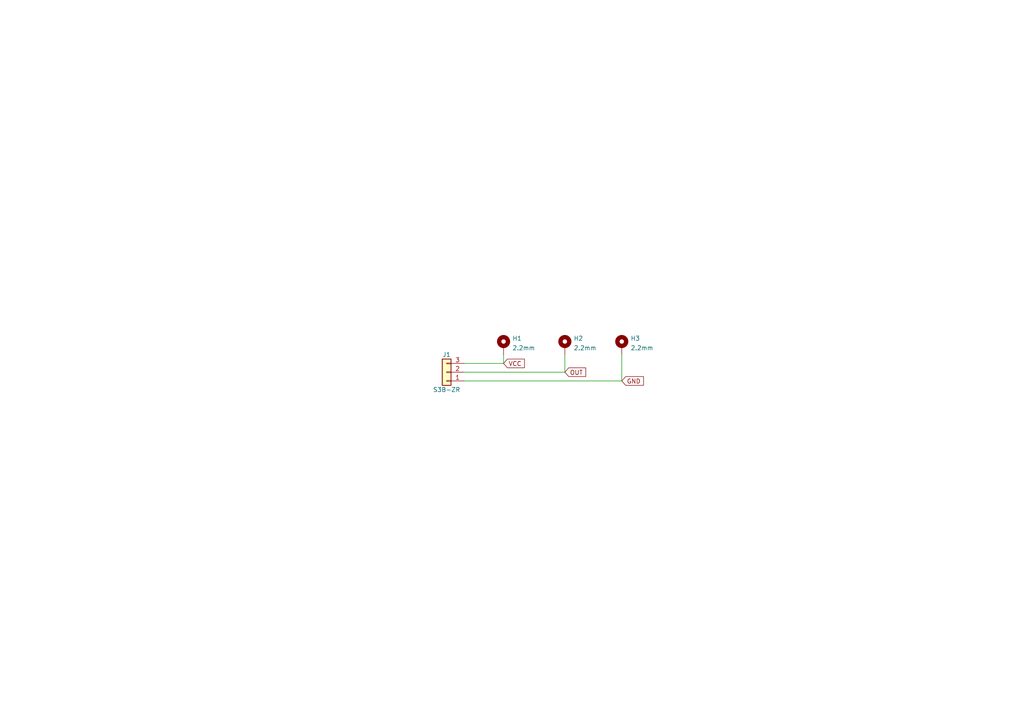
<source format=kicad_sch>
(kicad_sch (version 20211123) (generator eeschema)
  (paper "A4")
  (lib_symbols
    (symbol "Connector_Generic:Conn_01x03" (pin_names (offset 1.016) hide)
      (property "Reference" "J" (at 0 5.08 0))
      (property "Value" "Conn_01x03" (at 0 -5.08 0))
      (symbol "Conn_01x03_1_1"
        (rectangle (start -1.27 -2.413) (end 0 -2.667) (stroke (width 0.1524)))
        (rectangle (start -1.27 0.127) (end 0 -0.127) (stroke (width 0.1524)))
        (rectangle (start -1.27 2.667) (end 0 2.413) (stroke (width 0.1524)))
        (rectangle (start -1.27 3.81) (end 1.27 -3.81) (stroke (width 0.254)) (fill (type background)))
        (pin passive line (at -5.08 2.54 0) (length 3.81) (name "Pin_1") (number "1"))
        (pin passive line (at -5.08 0 0) (length 3.81) (name "Pin_2") (number "2"))
        (pin passive line (at -5.08 -2.54 0) (length 3.81) (name "Pin_3") (number "3"))
      )
    )
    (symbol "Mechanical:MountingHole_Pad" (pin_numbers hide) (pin_names (offset 1.016) hide)
      (property "Reference" "H" (at 0 6.35 0))
      (property "Value" "MountingHole_Pad" (at 0 4.445 0))
      (symbol "MountingHole_Pad_0_1"
        (circle (center 0 1.27) (radius 1.27) (stroke (width 1.27)))
      )
      (symbol "MountingHole_Pad_1_1"
        (pin input line (at 0 -2.54 90) (length 2.54) (name "1") (number "1"))
      )
    )
  )
  (wire (pts (xy 134.62 110.49) (xy 180.34 110.49)))
  (wire (pts (xy 134.62 107.95) (xy 163.83 107.95)))
  (wire (pts (xy 163.83 107.95) (xy 163.83 102.87)))
  (wire (pts (xy 146.05 105.41) (xy 146.05 102.87)))
  (wire (pts (xy 134.62 105.41) (xy 146.05 105.41)))
  (wire (pts (xy 180.34 110.49) (xy 180.34 102.87)))
  (global_label "VCC" (shape input) (at 146.05 105.41 0) (property "Intersheet References" "${INTERSHEET_REFS}" (effects hide)))
  (global_label "OUT" (shape input) (at 163.83 107.95 0) (property "Intersheet References" "${INTERSHEET_REFS}" (effects hide)))
  (global_label "GND" (shape input) (at 180.34 110.49 0) (property "Intersheet References" "${INTERSHEET_REFS}" (effects hide)))
  (symbol (lib_id "Mechanical:MountingHole_Pad") (at 180.34 100.33 0) (unit 1)
    (property "Reference" "H3" (at 182.88 98.1515 0) (effects (justify left)))
    (property "Value" "2.2mm" (at 182.88 100.9266 0) (effects (justify left)))
    (property "Footprint" "MountingHole:MountingHole_2.2mm_M2_Pad_TopBottom" (effects hide))
  )
  (symbol (lib_id "Mechanical:MountingHole_Pad") (at 163.83 100.33 0) (unit 1)
    (property "Reference" "H2" (at 166.37 98.1515 0) (effects (justify left)))
    (property "Value" "2.2mm" (at 166.37 100.9266 0) (effects (justify left)))
    (property "Footprint" "MountingHole:MountingHole_2.2mm_M2_Pad_TopBottom" (effects hide))
  )
  (symbol (lib_id "Connector_Generic:Conn_01x03") (at 129.54 107.95 180) (unit 1)
    (property "Reference" "J1" (at 129.54 102.87 0))
    (property "Value" "S3B-ZR" (at 129.54 113.03 0))
    (property "Footprint" "local-footprints:JST_ZH_S3B-ZR_1x03_P1.50mm_Horizontal" (effects hide))
  )
  (symbol (lib_id "Mechanical:MountingHole_Pad") (at 146.05 100.33 0) (unit 1)
    (property "Reference" "H1" (at 148.59 98.1515 0) (effects (justify left)))
    (property "Value" "2.2mm" (at 148.59 100.9266 0) (effects (justify left)))
    (property "Footprint" "MountingHole:MountingHole_2.2mm_M2_Pad_TopBottom" (effects hide))
  )
)
</source>
